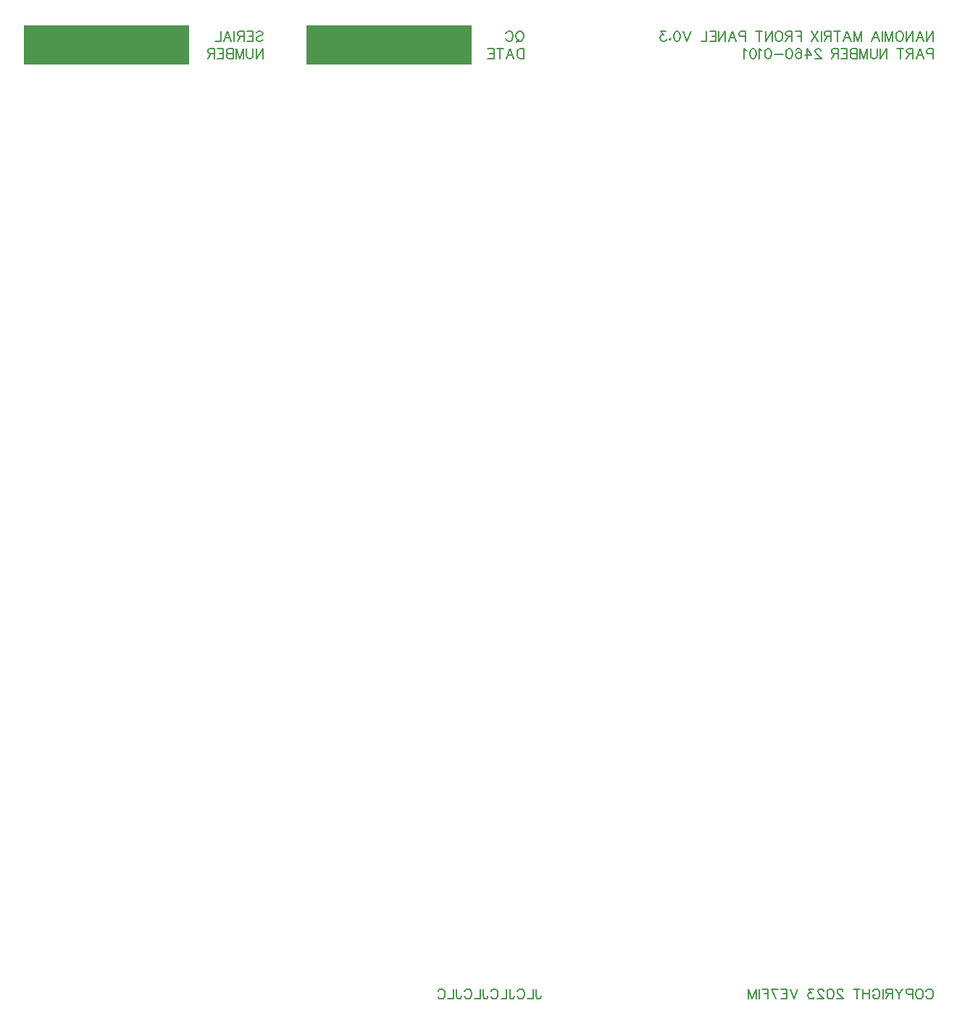
<source format=gbo>
G04 Layer: BottomSilkscreenLayer*
G04 EasyEDA v6.5.29, 2023-07-19 21:34:44*
G04 25dd6f9caf2f465b81daf7de5460995f,5a6b42c53f6a479593ecc07194224c93,10*
G04 Gerber Generator version 0.2*
G04 Scale: 100 percent, Rotated: No, Reflected: No *
G04 Dimensions in millimeters *
G04 leading zeros omitted , absolute positions ,4 integer and 5 decimal *
%FSLAX45Y45*%
%MOMM*%

%ADD10C,0.2032*%
%ADD11C,0.1524*%

%LPD*%
D10*
X6244590Y895857D02*
G01*
X6244590Y808481D01*
X6250177Y792226D01*
X6255511Y786637D01*
X6266434Y781304D01*
X6277356Y781304D01*
X6288277Y786637D01*
X6293865Y792226D01*
X6299200Y808481D01*
X6299200Y819404D01*
X6208775Y895857D02*
G01*
X6208775Y781304D01*
X6208775Y781304D02*
G01*
X6143243Y781304D01*
X6025388Y868426D02*
G01*
X6030722Y879347D01*
X6041643Y890270D01*
X6052565Y895857D01*
X6074409Y895857D01*
X6085331Y890270D01*
X6096254Y879347D01*
X6101841Y868426D01*
X6107175Y852170D01*
X6107175Y824992D01*
X6101841Y808481D01*
X6096254Y797560D01*
X6085331Y786637D01*
X6074409Y781304D01*
X6052565Y781304D01*
X6041643Y786637D01*
X6030722Y797560D01*
X6025388Y808481D01*
X5934963Y895857D02*
G01*
X5934963Y808481D01*
X5940297Y792226D01*
X5945631Y786637D01*
X5956554Y781304D01*
X5967475Y781304D01*
X5978397Y786637D01*
X5983986Y792226D01*
X5989320Y808481D01*
X5989320Y819404D01*
X5898895Y895857D02*
G01*
X5898895Y781304D01*
X5898895Y781304D02*
G01*
X5833363Y781304D01*
X5715508Y868426D02*
G01*
X5721095Y879347D01*
X5732018Y890270D01*
X5742940Y895857D01*
X5764529Y895857D01*
X5775452Y890270D01*
X5786374Y879347D01*
X5791961Y868426D01*
X5797295Y852170D01*
X5797295Y824992D01*
X5791961Y808481D01*
X5786374Y797560D01*
X5775452Y786637D01*
X5764529Y781304D01*
X5742940Y781304D01*
X5732018Y786637D01*
X5721095Y797560D01*
X5715508Y808481D01*
X5625084Y895857D02*
G01*
X5625084Y808481D01*
X5630418Y792226D01*
X5636006Y786637D01*
X5646927Y781304D01*
X5657850Y781304D01*
X5668772Y786637D01*
X5674106Y792226D01*
X5679440Y808481D01*
X5679440Y819404D01*
X5589015Y895857D02*
G01*
X5589015Y781304D01*
X5589015Y781304D02*
G01*
X5523484Y781304D01*
X5405627Y868426D02*
G01*
X5411215Y879347D01*
X5422138Y890270D01*
X5433059Y895857D01*
X5454904Y895857D01*
X5465825Y890270D01*
X5476747Y879347D01*
X5482081Y868426D01*
X5487670Y852170D01*
X5487670Y824992D01*
X5482081Y808481D01*
X5476747Y797560D01*
X5465825Y786637D01*
X5454904Y781304D01*
X5433059Y781304D01*
X5422138Y786637D01*
X5411215Y797560D01*
X5405627Y808481D01*
X5315204Y895857D02*
G01*
X5315204Y808481D01*
X5320538Y792226D01*
X5326125Y786637D01*
X5337047Y781304D01*
X5347970Y781304D01*
X5358891Y786637D01*
X5364225Y792226D01*
X5369813Y808481D01*
X5369813Y819404D01*
X5279136Y895857D02*
G01*
X5279136Y781304D01*
X5279136Y781304D02*
G01*
X5213858Y781304D01*
X5096002Y868426D02*
G01*
X5101336Y879347D01*
X5112258Y890270D01*
X5123179Y895857D01*
X5145024Y895857D01*
X5155945Y890270D01*
X5166868Y879347D01*
X5172202Y868426D01*
X5177790Y852170D01*
X5177790Y824992D01*
X5172202Y808481D01*
X5166868Y797560D01*
X5155945Y786637D01*
X5145024Y781304D01*
X5123179Y781304D01*
X5112258Y786637D01*
X5101336Y797560D01*
X5096002Y808481D01*
D11*
X6063272Y12084491D02*
G01*
X6074181Y12079036D01*
X6085090Y12068126D01*
X6090546Y12057217D01*
X6096000Y12040854D01*
X6096000Y12013582D01*
X6090546Y11997217D01*
X6085090Y11986308D01*
X6074181Y11975398D01*
X6063272Y11969945D01*
X6041453Y11969945D01*
X6030544Y11975398D01*
X6019637Y11986308D01*
X6014181Y11997217D01*
X6008728Y12013582D01*
X6008728Y12040854D01*
X6014181Y12057217D01*
X6019637Y12068126D01*
X6030544Y12079036D01*
X6041453Y12084491D01*
X6063272Y12084491D01*
X6046909Y11991764D02*
G01*
X6014181Y11959036D01*
X5890910Y12057217D02*
G01*
X5896363Y12068126D01*
X5907272Y12079036D01*
X5918182Y12084491D01*
X5940000Y12084491D01*
X5950910Y12079036D01*
X5961819Y12068126D01*
X5967272Y12057217D01*
X5972726Y12040854D01*
X5972726Y12013582D01*
X5967272Y11997217D01*
X5961819Y11986308D01*
X5950910Y11975398D01*
X5940000Y11969945D01*
X5918182Y11969945D01*
X5907272Y11975398D01*
X5896363Y11986308D01*
X5890910Y11997217D01*
X6096000Y11881291D02*
G01*
X6096000Y11766745D01*
X6096000Y11881291D02*
G01*
X6057818Y11881291D01*
X6041453Y11875836D01*
X6030544Y11864926D01*
X6025090Y11854017D01*
X6019637Y11837654D01*
X6019637Y11810382D01*
X6025090Y11794017D01*
X6030544Y11783108D01*
X6041453Y11772198D01*
X6057818Y11766745D01*
X6096000Y11766745D01*
X5940000Y11881291D02*
G01*
X5983635Y11766745D01*
X5940000Y11881291D02*
G01*
X5896363Y11766745D01*
X5967272Y11804926D02*
G01*
X5912726Y11804926D01*
X5822182Y11881291D02*
G01*
X5822182Y11766745D01*
X5860364Y11881291D02*
G01*
X5783999Y11881291D01*
X5747999Y11881291D02*
G01*
X5747999Y11766745D01*
X5747999Y11881291D02*
G01*
X5677090Y11881291D01*
X5747999Y11826745D02*
G01*
X5704362Y11826745D01*
X5747999Y11766745D02*
G01*
X5677090Y11766745D01*
X3048000Y11881291D02*
G01*
X3048000Y11766745D01*
X3048000Y11881291D02*
G01*
X2971637Y11766745D01*
X2971637Y11881291D02*
G01*
X2971637Y11766745D01*
X2935635Y11881291D02*
G01*
X2935635Y11799473D01*
X2930182Y11783108D01*
X2919272Y11772198D01*
X2902910Y11766745D01*
X2892000Y11766745D01*
X2875635Y11772198D01*
X2864726Y11783108D01*
X2859272Y11799473D01*
X2859272Y11881291D01*
X2823273Y11881291D02*
G01*
X2823273Y11766745D01*
X2823273Y11881291D02*
G01*
X2779636Y11766745D01*
X2735999Y11881291D02*
G01*
X2779636Y11766745D01*
X2735999Y11881291D02*
G01*
X2735999Y11766745D01*
X2699999Y11881291D02*
G01*
X2699999Y11766745D01*
X2699999Y11881291D02*
G01*
X2650909Y11881291D01*
X2634546Y11875836D01*
X2629090Y11870382D01*
X2623637Y11859473D01*
X2623637Y11848564D01*
X2629090Y11837654D01*
X2634546Y11832198D01*
X2650909Y11826745D01*
X2699999Y11826745D02*
G01*
X2650909Y11826745D01*
X2634546Y11821292D01*
X2629090Y11815836D01*
X2623637Y11804926D01*
X2623637Y11788564D01*
X2629090Y11777654D01*
X2634546Y11772198D01*
X2650909Y11766745D01*
X2699999Y11766745D01*
X2587635Y11881291D02*
G01*
X2587635Y11766745D01*
X2587635Y11881291D02*
G01*
X2516728Y11881291D01*
X2587635Y11826745D02*
G01*
X2544000Y11826745D01*
X2587635Y11766745D02*
G01*
X2516728Y11766745D01*
X2480726Y11881291D02*
G01*
X2480726Y11766745D01*
X2480726Y11881291D02*
G01*
X2431635Y11881291D01*
X2415273Y11875836D01*
X2409817Y11870382D01*
X2404363Y11859473D01*
X2404363Y11848564D01*
X2409817Y11837654D01*
X2415273Y11832198D01*
X2431635Y11826745D01*
X2480726Y11826745D01*
X2442545Y11826745D02*
G01*
X2404363Y11766745D01*
X2971637Y12068126D02*
G01*
X2982544Y12079036D01*
X2998909Y12084491D01*
X3020728Y12084491D01*
X3037090Y12079036D01*
X3048000Y12068126D01*
X3048000Y12057217D01*
X3042546Y12046308D01*
X3037090Y12040854D01*
X3026181Y12035398D01*
X2993453Y12024492D01*
X2982544Y12019036D01*
X2977090Y12013582D01*
X2971637Y12002673D01*
X2971637Y11986308D01*
X2982544Y11975398D01*
X2998909Y11969945D01*
X3020728Y11969945D01*
X3037090Y11975398D01*
X3048000Y11986308D01*
X2935635Y12084491D02*
G01*
X2935635Y11969945D01*
X2935635Y12084491D02*
G01*
X2864726Y12084491D01*
X2935635Y12029945D02*
G01*
X2892000Y12029945D01*
X2935635Y11969945D02*
G01*
X2864726Y11969945D01*
X2828726Y12084491D02*
G01*
X2828726Y11969945D01*
X2828726Y12084491D02*
G01*
X2779636Y12084491D01*
X2763273Y12079036D01*
X2757817Y12073582D01*
X2752364Y12062673D01*
X2752364Y12051764D01*
X2757817Y12040854D01*
X2763273Y12035398D01*
X2779636Y12029945D01*
X2828726Y12029945D01*
X2790545Y12029945D02*
G01*
X2752364Y11969945D01*
X2716364Y12084491D02*
G01*
X2716364Y11969945D01*
X2636728Y12084491D02*
G01*
X2680362Y11969945D01*
X2636728Y12084491D02*
G01*
X2593091Y11969945D01*
X2664000Y12008126D02*
G01*
X2609453Y12008126D01*
X2557091Y12084491D02*
G01*
X2557091Y11969945D01*
X2557091Y11969945D02*
G01*
X2491635Y11969945D01*
D10*
X10883900Y12084489D02*
G01*
X10883900Y11969945D01*
X10883900Y12084489D02*
G01*
X10807537Y11969945D01*
X10807537Y12084489D02*
G01*
X10807537Y11969945D01*
X10727900Y12084489D02*
G01*
X10771535Y11969945D01*
X10727900Y12084489D02*
G01*
X10684263Y11969945D01*
X10755172Y12008126D02*
G01*
X10700628Y12008126D01*
X10648264Y12084489D02*
G01*
X10648264Y11969945D01*
X10648264Y12084489D02*
G01*
X10571900Y11969945D01*
X10571900Y12084489D02*
G01*
X10571900Y11969945D01*
X10503174Y12084489D02*
G01*
X10514083Y12079036D01*
X10524990Y12068126D01*
X10530446Y12057217D01*
X10535900Y12040854D01*
X10535900Y12013582D01*
X10530446Y11997217D01*
X10524990Y11986308D01*
X10514083Y11975399D01*
X10503174Y11969945D01*
X10481355Y11969945D01*
X10470446Y11975399D01*
X10459537Y11986308D01*
X10454083Y11997217D01*
X10448627Y12013582D01*
X10448627Y12040854D01*
X10454083Y12057217D01*
X10459537Y12068126D01*
X10470446Y12079036D01*
X10481355Y12084489D01*
X10503174Y12084489D01*
X10412628Y12084489D02*
G01*
X10412628Y11969945D01*
X10412628Y12084489D02*
G01*
X10368991Y11969945D01*
X10325356Y12084489D02*
G01*
X10368991Y11969945D01*
X10325356Y12084489D02*
G01*
X10325356Y11969945D01*
X10289354Y12084489D02*
G01*
X10289354Y11969945D01*
X10209720Y12084489D02*
G01*
X10253355Y11969945D01*
X10209720Y12084489D02*
G01*
X10166083Y11969945D01*
X10236992Y12008126D02*
G01*
X10182445Y12008126D01*
X10046083Y12084489D02*
G01*
X10046083Y11969945D01*
X10046083Y12084489D02*
G01*
X10002446Y11969945D01*
X9958811Y12084489D02*
G01*
X10002446Y11969945D01*
X9958811Y12084489D02*
G01*
X9958811Y11969945D01*
X9879175Y12084489D02*
G01*
X9922812Y11969945D01*
X9879175Y12084489D02*
G01*
X9835537Y11969945D01*
X9906447Y12008126D02*
G01*
X9851902Y12008126D01*
X9761357Y12084489D02*
G01*
X9761357Y11969945D01*
X9799538Y12084489D02*
G01*
X9723175Y12084489D01*
X9687173Y12084489D02*
G01*
X9687173Y11969945D01*
X9687173Y12084489D02*
G01*
X9638083Y12084489D01*
X9621720Y12079036D01*
X9616267Y12073582D01*
X9610811Y12062673D01*
X9610811Y12051764D01*
X9616267Y12040854D01*
X9621720Y12035399D01*
X9638083Y12029945D01*
X9687173Y12029945D01*
X9648992Y12029945D02*
G01*
X9610811Y11969945D01*
X9574811Y12084489D02*
G01*
X9574811Y11969945D01*
X9538812Y12084489D02*
G01*
X9462447Y11969945D01*
X9462447Y12084489D02*
G01*
X9538812Y11969945D01*
X9342447Y12084489D02*
G01*
X9342447Y11969945D01*
X9342447Y12084489D02*
G01*
X9271538Y12084489D01*
X9342447Y12029945D02*
G01*
X9298813Y12029945D01*
X9235539Y12084489D02*
G01*
X9235539Y11969945D01*
X9235539Y12084489D02*
G01*
X9186448Y12084489D01*
X9170085Y12079036D01*
X9164629Y12073582D01*
X9159176Y12062673D01*
X9159176Y12051764D01*
X9164629Y12040854D01*
X9170085Y12035399D01*
X9186448Y12029945D01*
X9235539Y12029945D01*
X9197357Y12029945D02*
G01*
X9159176Y11969945D01*
X9090449Y12084489D02*
G01*
X9101358Y12079036D01*
X9112267Y12068126D01*
X9117721Y12057217D01*
X9123177Y12040854D01*
X9123177Y12013582D01*
X9117721Y11997217D01*
X9112267Y11986308D01*
X9101358Y11975399D01*
X9090449Y11969945D01*
X9068630Y11969945D01*
X9057721Y11975399D01*
X9046811Y11986308D01*
X9041358Y11997217D01*
X9035902Y12013582D01*
X9035902Y12040854D01*
X9041358Y12057217D01*
X9046811Y12068126D01*
X9057721Y12079036D01*
X9068630Y12084489D01*
X9090449Y12084489D01*
X8999903Y12084489D02*
G01*
X8999903Y11969945D01*
X8999903Y12084489D02*
G01*
X8923540Y11969945D01*
X8923540Y12084489D02*
G01*
X8923540Y11969945D01*
X8849357Y12084489D02*
G01*
X8849357Y11969945D01*
X8887541Y12084489D02*
G01*
X8811176Y12084489D01*
X8691176Y12084489D02*
G01*
X8691176Y11969945D01*
X8691176Y12084489D02*
G01*
X8642085Y12084489D01*
X8625723Y12079036D01*
X8620267Y12073582D01*
X8614813Y12062673D01*
X8614813Y12046308D01*
X8620267Y12035399D01*
X8625723Y12029945D01*
X8642085Y12024489D01*
X8691176Y12024489D01*
X8535177Y12084489D02*
G01*
X8578814Y11969945D01*
X8535177Y12084489D02*
G01*
X8491540Y11969945D01*
X8562449Y12008126D02*
G01*
X8507905Y12008126D01*
X8455540Y12084489D02*
G01*
X8455540Y11969945D01*
X8455540Y12084489D02*
G01*
X8379178Y11969945D01*
X8379178Y12084489D02*
G01*
X8379178Y11969945D01*
X8343178Y12084489D02*
G01*
X8343178Y11969945D01*
X8343178Y12084489D02*
G01*
X8272269Y12084489D01*
X8343178Y12029945D02*
G01*
X8299541Y12029945D01*
X8343178Y11969945D02*
G01*
X8272269Y11969945D01*
X8236270Y12084489D02*
G01*
X8236270Y11969945D01*
X8236270Y11969945D02*
G01*
X8170814Y11969945D01*
X8050814Y12084489D02*
G01*
X8007177Y11969945D01*
X7963542Y12084489D02*
G01*
X8007177Y11969945D01*
X7894815Y12084489D02*
G01*
X7911177Y12079036D01*
X7922087Y12062673D01*
X7927543Y12035399D01*
X7927543Y12019036D01*
X7922087Y11991764D01*
X7911177Y11975399D01*
X7894815Y11969945D01*
X7883906Y11969945D01*
X7867543Y11975399D01*
X7856634Y11991764D01*
X7851178Y12019036D01*
X7851178Y12035399D01*
X7856634Y12062673D01*
X7867543Y12079036D01*
X7883906Y12084489D01*
X7894815Y12084489D01*
X7809725Y11997217D02*
G01*
X7815178Y11991764D01*
X7809725Y11986308D01*
X7804269Y11991764D01*
X7809725Y11997217D01*
X7757360Y12084489D02*
G01*
X7697360Y12084489D01*
X7730088Y12040854D01*
X7713723Y12040854D01*
X7702816Y12035399D01*
X7697360Y12029945D01*
X7691907Y12013582D01*
X7691907Y12002673D01*
X7697360Y11986308D01*
X7708270Y11975399D01*
X7724632Y11969945D01*
X7740997Y11969945D01*
X7757360Y11975399D01*
X7762816Y11980854D01*
X7768269Y11991764D01*
X10883900Y11881289D02*
G01*
X10883900Y11766745D01*
X10883900Y11881289D02*
G01*
X10834809Y11881289D01*
X10818446Y11875836D01*
X10812990Y11870382D01*
X10807537Y11859473D01*
X10807537Y11843108D01*
X10812990Y11832199D01*
X10818446Y11826745D01*
X10834809Y11821289D01*
X10883900Y11821289D01*
X10727900Y11881289D02*
G01*
X10771535Y11766745D01*
X10727900Y11881289D02*
G01*
X10684263Y11766745D01*
X10755172Y11804926D02*
G01*
X10700628Y11804926D01*
X10648264Y11881289D02*
G01*
X10648264Y11766745D01*
X10648264Y11881289D02*
G01*
X10599173Y11881289D01*
X10582810Y11875836D01*
X10577355Y11870382D01*
X10571900Y11859473D01*
X10571900Y11848564D01*
X10577355Y11837654D01*
X10582810Y11832199D01*
X10599173Y11826745D01*
X10648264Y11826745D01*
X10610082Y11826745D02*
G01*
X10571900Y11766745D01*
X10497718Y11881289D02*
G01*
X10497718Y11766745D01*
X10535900Y11881289D02*
G01*
X10459537Y11881289D01*
X10339537Y11881289D02*
G01*
X10339537Y11766745D01*
X10339537Y11881289D02*
G01*
X10263174Y11766745D01*
X10263174Y11881289D02*
G01*
X10263174Y11766745D01*
X10227172Y11881289D02*
G01*
X10227172Y11799473D01*
X10221719Y11783108D01*
X10210810Y11772199D01*
X10194447Y11766745D01*
X10183538Y11766745D01*
X10167172Y11772199D01*
X10156266Y11783108D01*
X10150810Y11799473D01*
X10150810Y11881289D01*
X10114810Y11881289D02*
G01*
X10114810Y11766745D01*
X10114810Y11881289D02*
G01*
X10071173Y11766745D01*
X10027538Y11881289D02*
G01*
X10071173Y11766745D01*
X10027538Y11881289D02*
G01*
X10027538Y11766745D01*
X9991537Y11881289D02*
G01*
X9991537Y11766745D01*
X9991537Y11881289D02*
G01*
X9942446Y11881289D01*
X9926083Y11875836D01*
X9920630Y11870382D01*
X9915174Y11859473D01*
X9915174Y11848564D01*
X9920630Y11837654D01*
X9926083Y11832199D01*
X9942446Y11826745D01*
X9991537Y11826745D02*
G01*
X9942446Y11826745D01*
X9926083Y11821289D01*
X9920630Y11815836D01*
X9915174Y11804926D01*
X9915174Y11788564D01*
X9920630Y11777654D01*
X9926083Y11772199D01*
X9942446Y11766745D01*
X9991537Y11766745D01*
X9879175Y11881289D02*
G01*
X9879175Y11766745D01*
X9879175Y11881289D02*
G01*
X9808265Y11881289D01*
X9879175Y11826745D02*
G01*
X9835537Y11826745D01*
X9879175Y11766745D02*
G01*
X9808265Y11766745D01*
X9772266Y11881289D02*
G01*
X9772266Y11766745D01*
X9772266Y11881289D02*
G01*
X9723175Y11881289D01*
X9706810Y11875836D01*
X9701357Y11870382D01*
X9695901Y11859473D01*
X9695901Y11848564D01*
X9701357Y11837654D01*
X9706810Y11832199D01*
X9723175Y11826745D01*
X9772266Y11826745D01*
X9734085Y11826745D02*
G01*
X9695901Y11766745D01*
X9570448Y11854017D02*
G01*
X9570448Y11859473D01*
X9564992Y11870382D01*
X9559538Y11875836D01*
X9548629Y11881289D01*
X9526811Y11881289D01*
X9515901Y11875836D01*
X9510448Y11870382D01*
X9504992Y11859473D01*
X9504992Y11848564D01*
X9510448Y11837654D01*
X9521357Y11821289D01*
X9575901Y11766745D01*
X9499539Y11766745D01*
X9408993Y11881289D02*
G01*
X9463539Y11804926D01*
X9381721Y11804926D01*
X9408993Y11881289D02*
G01*
X9408993Y11766745D01*
X9280265Y11864926D02*
G01*
X9285721Y11875836D01*
X9302084Y11881289D01*
X9312993Y11881289D01*
X9329356Y11875836D01*
X9340265Y11859473D01*
X9345721Y11832199D01*
X9345721Y11804926D01*
X9340265Y11783108D01*
X9329356Y11772199D01*
X9312993Y11766745D01*
X9307540Y11766745D01*
X9291175Y11772199D01*
X9280265Y11783108D01*
X9274812Y11799473D01*
X9274812Y11804926D01*
X9280265Y11821289D01*
X9291175Y11832199D01*
X9307540Y11837654D01*
X9312993Y11837654D01*
X9329356Y11832199D01*
X9340265Y11821289D01*
X9345721Y11804926D01*
X9206085Y11881289D02*
G01*
X9222447Y11875836D01*
X9233357Y11859473D01*
X9238813Y11832199D01*
X9238813Y11815836D01*
X9233357Y11788564D01*
X9222447Y11772199D01*
X9206085Y11766745D01*
X9195175Y11766745D01*
X9178813Y11772199D01*
X9167903Y11788564D01*
X9162448Y11815836D01*
X9162448Y11832199D01*
X9167903Y11859473D01*
X9178813Y11875836D01*
X9195175Y11881289D01*
X9206085Y11881289D01*
X9126448Y11815836D02*
G01*
X9028267Y11815836D01*
X8959540Y11881289D02*
G01*
X8975902Y11875836D01*
X8986812Y11859473D01*
X8992268Y11832199D01*
X8992268Y11815836D01*
X8986812Y11788564D01*
X8975902Y11772199D01*
X8959540Y11766745D01*
X8948630Y11766745D01*
X8932268Y11772199D01*
X8921358Y11788564D01*
X8915902Y11815836D01*
X8915902Y11832199D01*
X8921358Y11859473D01*
X8932268Y11875836D01*
X8948630Y11881289D01*
X8959540Y11881289D01*
X8879903Y11859473D02*
G01*
X8868994Y11864926D01*
X8852631Y11881289D01*
X8852631Y11766745D01*
X8783904Y11881289D02*
G01*
X8800266Y11875836D01*
X8811176Y11859473D01*
X8816632Y11832199D01*
X8816632Y11815836D01*
X8811176Y11788564D01*
X8800266Y11772199D01*
X8783904Y11766745D01*
X8772994Y11766745D01*
X8756632Y11772199D01*
X8745722Y11788564D01*
X8740266Y11815836D01*
X8740266Y11832199D01*
X8745722Y11859473D01*
X8756632Y11875836D01*
X8772994Y11881289D01*
X8783904Y11881289D01*
X8704267Y11859473D02*
G01*
X8693358Y11864926D01*
X8676995Y11881289D01*
X8676995Y11766745D01*
X10802081Y868517D02*
G01*
X10807537Y879426D01*
X10818446Y890336D01*
X10829353Y895789D01*
X10851172Y895789D01*
X10862081Y890336D01*
X10872990Y879426D01*
X10878446Y868517D01*
X10883900Y852154D01*
X10883900Y824882D01*
X10878446Y808517D01*
X10872990Y797608D01*
X10862081Y786698D01*
X10851172Y781245D01*
X10829353Y781245D01*
X10818446Y786698D01*
X10807537Y797608D01*
X10802081Y808517D01*
X10733354Y895789D02*
G01*
X10744263Y890336D01*
X10755172Y879426D01*
X10760628Y868517D01*
X10766082Y852154D01*
X10766082Y824882D01*
X10760628Y808517D01*
X10755172Y797608D01*
X10744263Y786698D01*
X10733354Y781245D01*
X10711535Y781245D01*
X10700628Y786698D01*
X10689719Y797608D01*
X10684263Y808517D01*
X10678810Y824882D01*
X10678810Y852154D01*
X10684263Y868517D01*
X10689719Y879426D01*
X10700628Y890336D01*
X10711535Y895789D01*
X10733354Y895789D01*
X10642810Y895789D02*
G01*
X10642810Y781245D01*
X10642810Y895789D02*
G01*
X10593717Y895789D01*
X10577355Y890336D01*
X10571901Y884882D01*
X10566445Y873973D01*
X10566445Y857608D01*
X10571901Y846698D01*
X10577355Y841245D01*
X10593717Y835789D01*
X10642810Y835789D01*
X10530446Y895789D02*
G01*
X10486809Y841245D01*
X10486809Y781245D01*
X10443174Y895789D02*
G01*
X10486809Y841245D01*
X10407172Y895789D02*
G01*
X10407172Y781245D01*
X10407172Y895789D02*
G01*
X10358081Y895789D01*
X10341719Y890336D01*
X10336265Y884882D01*
X10330809Y873973D01*
X10330809Y863064D01*
X10336265Y852154D01*
X10341719Y846698D01*
X10358081Y841245D01*
X10407172Y841245D01*
X10368991Y841245D02*
G01*
X10330809Y781245D01*
X10294810Y895789D02*
G01*
X10294810Y781245D01*
X10176992Y868517D02*
G01*
X10182445Y879426D01*
X10193355Y890336D01*
X10204264Y895789D01*
X10226083Y895789D01*
X10236992Y890336D01*
X10247901Y879426D01*
X10253355Y868517D01*
X10258811Y852154D01*
X10258811Y824882D01*
X10253355Y808517D01*
X10247901Y797608D01*
X10236992Y786698D01*
X10226083Y781245D01*
X10204264Y781245D01*
X10193355Y786698D01*
X10182445Y797608D01*
X10176992Y808517D01*
X10176992Y824882D01*
X10204264Y824882D02*
G01*
X10176992Y824882D01*
X10140993Y895789D02*
G01*
X10140993Y781245D01*
X10064628Y895789D02*
G01*
X10064628Y781245D01*
X10140993Y841245D02*
G01*
X10064628Y841245D01*
X9990447Y895789D02*
G01*
X9990447Y781245D01*
X10028628Y895789D02*
G01*
X9952266Y895789D01*
X9826810Y868517D02*
G01*
X9826810Y873973D01*
X9821357Y884882D01*
X9815901Y890336D01*
X9804991Y895789D01*
X9783175Y895789D01*
X9772266Y890336D01*
X9766810Y884882D01*
X9761357Y873973D01*
X9761357Y863064D01*
X9766810Y852154D01*
X9777719Y835789D01*
X9832266Y781245D01*
X9755901Y781245D01*
X9687173Y895789D02*
G01*
X9703539Y890336D01*
X9714448Y873973D01*
X9719901Y846698D01*
X9719901Y830336D01*
X9714448Y803064D01*
X9703539Y786698D01*
X9687173Y781245D01*
X9676267Y781245D01*
X9659901Y786698D01*
X9648992Y803064D01*
X9643539Y830336D01*
X9643539Y846698D01*
X9648992Y873973D01*
X9659901Y890336D01*
X9676267Y895789D01*
X9687173Y895789D01*
X9602083Y868517D02*
G01*
X9602083Y873973D01*
X9596630Y884882D01*
X9591174Y890336D01*
X9580265Y895789D01*
X9558449Y895789D01*
X9547539Y890336D01*
X9542084Y884882D01*
X9536630Y873973D01*
X9536630Y863064D01*
X9542084Y852154D01*
X9552993Y835789D01*
X9607539Y781245D01*
X9531174Y781245D01*
X9484266Y895789D02*
G01*
X9424266Y895789D01*
X9456994Y852154D01*
X9440631Y852154D01*
X9429722Y846698D01*
X9424266Y841245D01*
X9418812Y824882D01*
X9418812Y813973D01*
X9424266Y797608D01*
X9435175Y786698D01*
X9451538Y781245D01*
X9467903Y781245D01*
X9484266Y786698D01*
X9489721Y792154D01*
X9495175Y803064D01*
X9298813Y895789D02*
G01*
X9255175Y781245D01*
X9211538Y895789D02*
G01*
X9255175Y781245D01*
X9175539Y895789D02*
G01*
X9175539Y781245D01*
X9175539Y895789D02*
G01*
X9104629Y895789D01*
X9175539Y841245D02*
G01*
X9131904Y841245D01*
X9175539Y781245D02*
G01*
X9104629Y781245D01*
X8992268Y895789D02*
G01*
X9046811Y781245D01*
X9068630Y895789D02*
G01*
X8992268Y895789D01*
X8956268Y895789D02*
G01*
X8956268Y781245D01*
X8956268Y895789D02*
G01*
X8885359Y895789D01*
X8956268Y841245D02*
G01*
X8912631Y841245D01*
X8849357Y895789D02*
G01*
X8849357Y781245D01*
X8813358Y895789D02*
G01*
X8813358Y781245D01*
X8813358Y895789D02*
G01*
X8769723Y781245D01*
X8726086Y895789D02*
G01*
X8769723Y781245D01*
X8726086Y895789D02*
G01*
X8726086Y781245D01*
G36*
X3556000Y12153900D02*
G01*
X5492750Y12153900D01*
X5492750Y11692001D01*
X3556000Y11692001D01*
G37*
G36*
X254000Y12153900D02*
G01*
X2190750Y12153900D01*
X2190750Y11692001D01*
X254000Y11692001D01*
G37*
M02*

</source>
